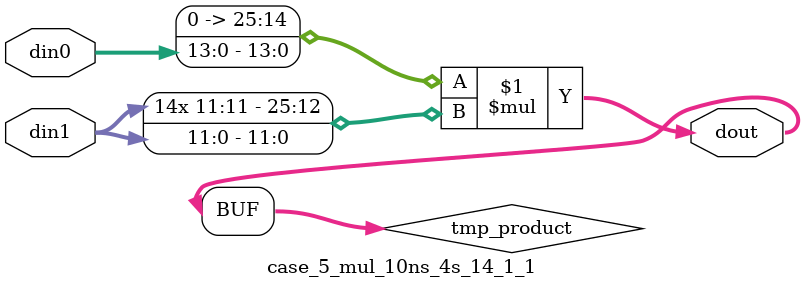
<source format=v>

`timescale 1 ns / 1 ps

 (* use_dsp = "no" *)  module case_5_mul_10ns_4s_14_1_1(din0, din1, dout);
parameter ID = 1;
parameter NUM_STAGE = 0;
parameter din0_WIDTH = 14;
parameter din1_WIDTH = 12;
parameter dout_WIDTH = 26;

input [din0_WIDTH - 1 : 0] din0; 
input [din1_WIDTH - 1 : 0] din1; 
output [dout_WIDTH - 1 : 0] dout;

wire signed [dout_WIDTH - 1 : 0] tmp_product;

























assign tmp_product = $signed({1'b0, din0}) * $signed(din1);










assign dout = tmp_product;





















endmodule

</source>
